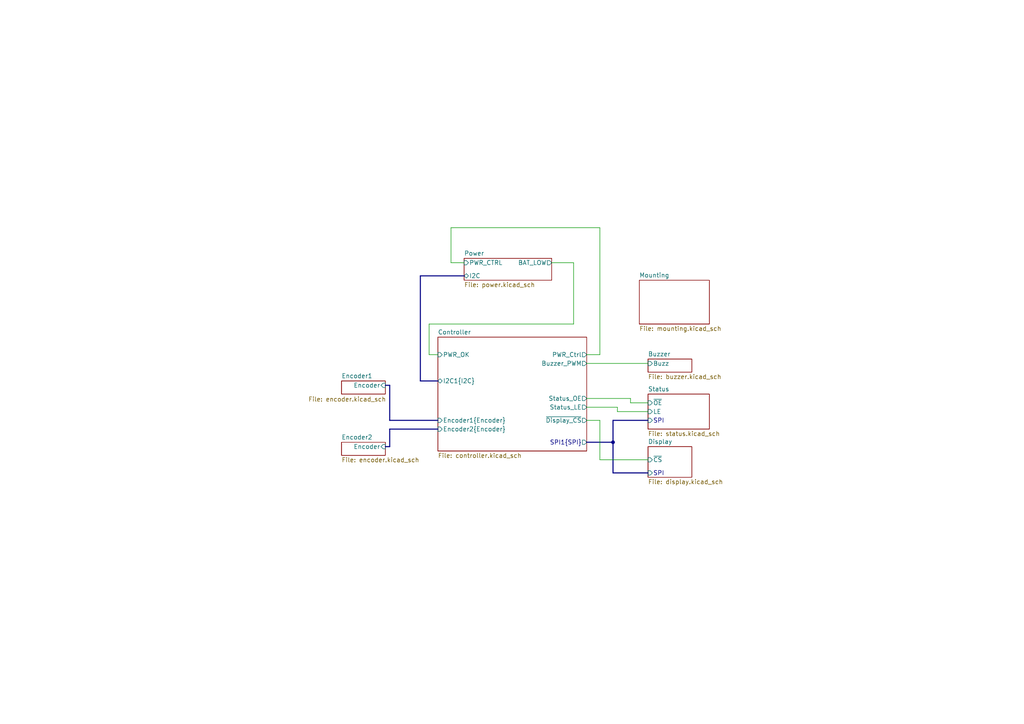
<source format=kicad_sch>
(kicad_sch
	(version 20231120)
	(generator "eeschema")
	(generator_version "8.0")
	(uuid "16b3e55a-9d75-49bf-a6fe-25414eb3d7da")
	(paper "A4")
	(lib_symbols)
	(bus_alias "SEG"
		(members "A" "B" "C" "D" "E" "F" "G" "DP")
	)
	(bus_alias "SPI"
		(members "CLK" "Data")
	)
	(junction
		(at 177.8 128.27)
		(diameter 0)
		(color 0 0 0 0)
		(uuid "edd221ad-7e18-4526-b308-f9d8ebe375c7")
	)
	(wire
		(pts
			(xy 160.02 76.2) (xy 166.37 76.2)
		)
		(stroke
			(width 0)
			(type default)
		)
		(uuid "00d729cd-2107-4e5e-bcde-536c58fc7535")
	)
	(wire
		(pts
			(xy 170.18 105.41) (xy 187.96 105.41)
		)
		(stroke
			(width 0)
			(type default)
		)
		(uuid "0201c670-0f00-4960-bb2a-cd989146dc40")
	)
	(bus
		(pts
			(xy 111.76 129.54) (xy 113.03 129.54)
		)
		(stroke
			(width 0)
			(type default)
		)
		(uuid "066c3a83-44a3-4fa0-9063-9e5a35476dea")
	)
	(bus
		(pts
			(xy 113.03 129.54) (xy 113.03 124.46)
		)
		(stroke
			(width 0)
			(type default)
		)
		(uuid "07bc79c9-bc69-40a5-95bf-f46f4d1b25bd")
	)
	(wire
		(pts
			(xy 173.99 133.35) (xy 187.96 133.35)
		)
		(stroke
			(width 0)
			(type default)
		)
		(uuid "07ddde42-0946-438e-a6c4-afdea8802b71")
	)
	(bus
		(pts
			(xy 127 121.92) (xy 113.03 121.92)
		)
		(stroke
			(width 0)
			(type default)
		)
		(uuid "0e3df006-94d9-4936-b626-8c650b3b4c94")
	)
	(wire
		(pts
			(xy 130.81 66.04) (xy 173.99 66.04)
		)
		(stroke
			(width 0)
			(type default)
		)
		(uuid "14a7448c-09f4-42b5-a781-a7b6c224b367")
	)
	(wire
		(pts
			(xy 124.46 93.98) (xy 124.46 102.87)
		)
		(stroke
			(width 0)
			(type default)
		)
		(uuid "1bf6c59d-9e97-48fd-a119-2a87fdee0550")
	)
	(bus
		(pts
			(xy 113.03 111.76) (xy 113.03 121.92)
		)
		(stroke
			(width 0)
			(type default)
		)
		(uuid "2da05f8a-c008-4620-8e44-53b3116876bd")
	)
	(wire
		(pts
			(xy 130.81 76.2) (xy 130.81 66.04)
		)
		(stroke
			(width 0)
			(type default)
		)
		(uuid "35a7dba8-2652-4bd5-bc7d-639212f4aef5")
	)
	(bus
		(pts
			(xy 134.62 80.01) (xy 121.92 80.01)
		)
		(stroke
			(width 0)
			(type default)
		)
		(uuid "36052ce9-3803-4577-a056-a9219efac5da")
	)
	(wire
		(pts
			(xy 187.96 119.38) (xy 179.07 119.38)
		)
		(stroke
			(width 0)
			(type default)
		)
		(uuid "40d2e030-99d6-447c-8eb4-9c3fa8c44763")
	)
	(wire
		(pts
			(xy 166.37 93.98) (xy 124.46 93.98)
		)
		(stroke
			(width 0)
			(type default)
		)
		(uuid "42047165-c339-40f0-a972-fb1e32b5ea1d")
	)
	(bus
		(pts
			(xy 113.03 124.46) (xy 127 124.46)
		)
		(stroke
			(width 0)
			(type default)
		)
		(uuid "53f4608f-234c-4147-8c25-932b824d08b2")
	)
	(bus
		(pts
			(xy 187.96 121.92) (xy 177.8 121.92)
		)
		(stroke
			(width 0)
			(type default)
		)
		(uuid "6ce0d0da-b8be-42d8-98ce-ec17e0a718ca")
	)
	(wire
		(pts
			(xy 179.07 119.38) (xy 179.07 118.11)
		)
		(stroke
			(width 0)
			(type default)
		)
		(uuid "6d275dba-dfe9-41cd-8a10-111ddedaa42c")
	)
	(wire
		(pts
			(xy 173.99 121.92) (xy 173.99 133.35)
		)
		(stroke
			(width 0)
			(type default)
		)
		(uuid "728731dd-5f0f-41d6-868f-c8b4577e8ec5")
	)
	(bus
		(pts
			(xy 121.92 110.49) (xy 127 110.49)
		)
		(stroke
			(width 0)
			(type default)
		)
		(uuid "8e358db0-25dc-451a-a70b-9d5bf6c7d766")
	)
	(wire
		(pts
			(xy 182.88 115.57) (xy 182.88 116.84)
		)
		(stroke
			(width 0)
			(type default)
		)
		(uuid "8faa3ea0-0029-4386-ba7e-ea05b5f82fb0")
	)
	(bus
		(pts
			(xy 177.8 137.16) (xy 187.96 137.16)
		)
		(stroke
			(width 0)
			(type default)
		)
		(uuid "9d53d2d8-f794-4f0c-a51e-6aa5eb43665e")
	)
	(wire
		(pts
			(xy 124.46 102.87) (xy 127 102.87)
		)
		(stroke
			(width 0)
			(type default)
		)
		(uuid "9faca6b4-fb72-406f-857d-8279ff61eb2a")
	)
	(wire
		(pts
			(xy 170.18 115.57) (xy 182.88 115.57)
		)
		(stroke
			(width 0)
			(type default)
		)
		(uuid "a72a55db-eaf8-40c3-a023-102705948335")
	)
	(bus
		(pts
			(xy 170.18 128.27) (xy 177.8 128.27)
		)
		(stroke
			(width 0)
			(type default)
		)
		(uuid "a76a9446-d9b2-481d-b40a-9867133d6b1e")
	)
	(wire
		(pts
			(xy 134.62 76.2) (xy 130.81 76.2)
		)
		(stroke
			(width 0)
			(type default)
		)
		(uuid "a7af22e5-3987-4630-9dfd-d60fccf8b7d0")
	)
	(wire
		(pts
			(xy 170.18 121.92) (xy 173.99 121.92)
		)
		(stroke
			(width 0)
			(type default)
		)
		(uuid "bc1f0c18-6cb0-442b-935e-1cffdae75e50")
	)
	(wire
		(pts
			(xy 182.88 116.84) (xy 187.96 116.84)
		)
		(stroke
			(width 0)
			(type default)
		)
		(uuid "be63212f-814e-4f92-86c5-caeaea2145dd")
	)
	(bus
		(pts
			(xy 177.8 121.92) (xy 177.8 128.27)
		)
		(stroke
			(width 0)
			(type default)
		)
		(uuid "c438664b-0cbc-48a0-8732-870ac8cab31b")
	)
	(bus
		(pts
			(xy 121.92 80.01) (xy 121.92 110.49)
		)
		(stroke
			(width 0)
			(type default)
		)
		(uuid "ca2e794d-65e5-404e-b77f-b96282660f00")
	)
	(wire
		(pts
			(xy 173.99 66.04) (xy 173.99 102.87)
		)
		(stroke
			(width 0)
			(type default)
		)
		(uuid "cd6b5fed-9472-4f45-a93d-dd317bccda7f")
	)
	(wire
		(pts
			(xy 173.99 102.87) (xy 170.18 102.87)
		)
		(stroke
			(width 0)
			(type default)
		)
		(uuid "de30d81d-2cbb-4c80-9c27-bb7dd3e63b95")
	)
	(wire
		(pts
			(xy 166.37 76.2) (xy 166.37 93.98)
		)
		(stroke
			(width 0)
			(type default)
		)
		(uuid "e341f26b-9f76-4f85-8a5b-d794e74cf91c")
	)
	(wire
		(pts
			(xy 170.18 118.11) (xy 179.07 118.11)
		)
		(stroke
			(width 0)
			(type default)
		)
		(uuid "f193a62d-6fd8-4a75-9621-de394b554154")
	)
	(bus
		(pts
			(xy 177.8 128.27) (xy 177.8 137.16)
		)
		(stroke
			(width 0)
			(type default)
		)
		(uuid "f505e5c6-6995-430e-9982-846e9e502517")
	)
	(bus
		(pts
			(xy 111.76 111.76) (xy 113.03 111.76)
		)
		(stroke
			(width 0)
			(type default)
		)
		(uuid "fbef3b62-4244-4308-b92e-de4e55a19d32")
	)
	(sheet
		(at 127 97.79)
		(size 43.18 33.02)
		(fields_autoplaced yes)
		(stroke
			(width 0.1524)
			(type solid)
		)
		(fill
			(color 0 0 0 0.0000)
		)
		(uuid "554007b8-fabc-4c37-b9da-82228d4992cc")
		(property "Sheetname" "Controller"
			(at 127 97.0784 0)
			(effects
				(font
					(size 1.27 1.27)
				)
				(justify left bottom)
			)
		)
		(property "Sheetfile" "controller.kicad_sch"
			(at 127 131.3946 0)
			(effects
				(font
					(size 1.27 1.27)
				)
				(justify left top)
			)
		)
		(pin "PWR_OK" input
			(at 127 102.87 180)
			(effects
				(font
					(size 1.27 1.27)
				)
				(justify left)
			)
			(uuid "bd723149-8efe-4f36-8bda-69cc1cb9073f")
		)
		(pin "I2C1{I2C}" bidirectional
			(at 127 110.49 180)
			(effects
				(font
					(size 1.27 1.27)
				)
				(justify left)
			)
			(uuid "033ca6dd-17ba-4336-8bd2-daa96ed64f26")
		)
		(pin "PWR_Ctrl" output
			(at 170.18 102.87 0)
			(effects
				(font
					(size 1.27 1.27)
				)
				(justify right)
			)
			(uuid "cc0e861c-2962-4c9c-825c-1c038f6263c3")
		)
		(pin "Encoder1{Encoder}" input
			(at 127 121.92 180)
			(effects
				(font
					(size 1.27 1.27)
				)
				(justify left)
			)
			(uuid "6726694e-72e8-4afe-b9fc-f92153e696ad")
		)
		(pin "Buzzer_PWM" output
			(at 170.18 105.41 0)
			(effects
				(font
					(size 1.27 1.27)
				)
				(justify right)
			)
			(uuid "4e3c5f6c-68ce-4b9a-b552-eb7f61deb44c")
		)
		(pin "Status_OE" output
			(at 170.18 115.57 0)
			(effects
				(font
					(size 1.27 1.27)
				)
				(justify right)
			)
			(uuid "89a3dfb6-98cf-4dd0-9b40-3a38b0eef0b8")
		)
		(pin "Status_LE" output
			(at 170.18 118.11 0)
			(effects
				(font
					(size 1.27 1.27)
				)
				(justify right)
			)
			(uuid "eeb2b9c1-62e2-486e-832b-8b0ba638e39f")
		)
		(pin "~{Display_CS}" output
			(at 170.18 121.92 0)
			(effects
				(font
					(size 1.27 1.27)
				)
				(justify right)
			)
			(uuid "5ed38d9b-b859-4e30-8cfe-3746369ad993")
		)
		(pin "SPI1{SPI}" output
			(at 170.18 128.27 0)
			(effects
				(font
					(size 1.27 1.27)
				)
				(justify right)
			)
			(uuid "6752a21d-94ef-4874-bcea-11307feed924")
		)
		(pin "Encoder2{Encoder}" input
			(at 127 124.46 180)
			(effects
				(font
					(size 1.27 1.27)
				)
				(justify left)
			)
			(uuid "b6684c38-aefa-4579-986a-07e5d48afcac")
		)
		(instances
			(project "LifeCounter"
				(path "/16b3e55a-9d75-49bf-a6fe-25414eb3d7da"
					(page "9")
				)
			)
		)
	)
	(sheet
		(at 187.96 129.54)
		(size 12.7 8.89)
		(fields_autoplaced yes)
		(stroke
			(width 0.1524)
			(type solid)
		)
		(fill
			(color 0 0 0 0.0000)
		)
		(uuid "672d503e-18e4-4d43-9df6-e02286c9b23c")
		(property "Sheetname" "Display"
			(at 187.96 128.8284 0)
			(effects
				(font
					(size 1.27 1.27)
				)
				(justify left bottom)
			)
		)
		(property "Sheetfile" "display.kicad_sch"
			(at 187.96 139.0146 0)
			(effects
				(font
					(size 1.27 1.27)
				)
				(justify left top)
			)
		)
		(pin "SPI" input
			(at 187.96 137.16 180)
			(effects
				(font
					(size 1.27 1.27)
				)
				(justify left)
			)
			(uuid "afbe7bf5-ebab-41f8-a1be-dc23c98fc099")
		)
		(pin "~{CS}" input
			(at 187.96 133.35 180)
			(effects
				(font
					(size 1.27 1.27)
				)
				(justify left)
			)
			(uuid "5cee7c7a-2635-40d0-ab7e-4a0066e97249")
		)
		(instances
			(project "LifeCounter"
				(path "/16b3e55a-9d75-49bf-a6fe-25414eb3d7da"
					(page "8")
				)
			)
		)
	)
	(sheet
		(at 99.06 128.27)
		(size 12.7 3.81)
		(fields_autoplaced yes)
		(stroke
			(width 0.1524)
			(type solid)
		)
		(fill
			(color 0 0 0 0.0000)
		)
		(uuid "8ab23184-7a75-4d74-a7c3-8fc56a0d6372")
		(property "Sheetname" "Encoder2"
			(at 99.06 127.5584 0)
			(effects
				(font
					(size 1.27 1.27)
				)
				(justify left bottom)
			)
		)
		(property "Sheetfile" "encoder.kicad_sch"
			(at 99.06 132.6646 0)
			(effects
				(font
					(size 1.27 1.27)
				)
				(justify left top)
			)
		)
		(pin "Encoder" input
			(at 111.76 129.54 0)
			(effects
				(font
					(size 1.27 1.27)
				)
				(justify right)
			)
			(uuid "adbeab69-03bc-4b2c-84dc-6c04463e7f8b")
		)
		(instances
			(project "LifeCounter"
				(path "/16b3e55a-9d75-49bf-a6fe-25414eb3d7da"
					(page "5")
				)
			)
		)
	)
	(sheet
		(at 187.96 114.3)
		(size 17.78 10.16)
		(fields_autoplaced yes)
		(stroke
			(width 0.1524)
			(type solid)
		)
		(fill
			(color 0 0 0 0.0000)
		)
		(uuid "8c2171b0-d87d-41f8-af80-94d86e99ac21")
		(property "Sheetname" "Status"
			(at 187.96 113.5884 0)
			(effects
				(font
					(size 1.27 1.27)
				)
				(justify left bottom)
			)
		)
		(property "Sheetfile" "status.kicad_sch"
			(at 187.96 125.0446 0)
			(effects
				(font
					(size 1.27 1.27)
				)
				(justify left top)
			)
		)
		(pin "SPI" input
			(at 187.96 121.92 180)
			(effects
				(font
					(size 1.27 1.27)
				)
				(justify left)
			)
			(uuid "06437c05-4bc5-42cc-b7f3-8dca4c75ab36")
		)
		(pin "LE" input
			(at 187.96 119.38 180)
			(effects
				(font
					(size 1.27 1.27)
				)
				(justify left)
			)
			(uuid "031a9973-feca-46f4-b905-ddfb299d4e30")
		)
		(pin "~{OE}" input
			(at 187.96 116.84 180)
			(effects
				(font
					(size 1.27 1.27)
				)
				(justify left)
			)
			(uuid "275c47c0-d64f-41e1-a8c3-01d07b061264")
		)
		(instances
			(project "LifeCounter"
				(path "/16b3e55a-9d75-49bf-a6fe-25414eb3d7da"
					(page "6")
				)
			)
		)
	)
	(sheet
		(at 134.62 74.93)
		(size 25.4 6.35)
		(fields_autoplaced yes)
		(stroke
			(width 0.1524)
			(type solid)
		)
		(fill
			(color 0 0 0 0.0000)
		)
		(uuid "8f87360a-db94-4899-a1b3-392efb8a6c91")
		(property "Sheetname" "Power"
			(at 134.62 74.2184 0)
			(effects
				(font
					(size 1.27 1.27)
				)
				(justify left bottom)
			)
		)
		(property "Sheetfile" "power.kicad_sch"
			(at 134.62 81.8646 0)
			(effects
				(font
					(size 1.27 1.27)
				)
				(justify left top)
			)
		)
		(pin "PWR_CTRL" input
			(at 134.62 76.2 180)
			(effects
				(font
					(size 1.27 1.27)
				)
				(justify left)
			)
			(uuid "174bbe0b-d0bf-4e82-a665-8f262191f98a")
		)
		(pin "BAT_LOW" output
			(at 160.02 76.2 0)
			(effects
				(font
					(size 1.27 1.27)
				)
				(justify right)
			)
			(uuid "fb371310-c9fa-4d74-85aa-38d3cb0d40b8")
		)
		(pin "I2C" bidirectional
			(at 134.62 80.01 180)
			(effects
				(font
					(size 1.27 1.27)
				)
				(justify left)
			)
			(uuid "5a04a321-941d-4364-a16b-3a817cd5b730")
		)
		(instances
			(project "LifeCounter"
				(path "/16b3e55a-9d75-49bf-a6fe-25414eb3d7da"
					(page "2")
				)
			)
		)
	)
	(sheet
		(at 185.42 81.28)
		(size 20.32 12.7)
		(fields_autoplaced yes)
		(stroke
			(width 0.1524)
			(type solid)
		)
		(fill
			(color 0 0 0 0.0000)
		)
		(uuid "a359fce7-335c-4dc7-9a29-9985e30edce2")
		(property "Sheetname" "Mounting"
			(at 185.42 80.5684 0)
			(effects
				(font
					(size 1.27 1.27)
				)
				(justify left bottom)
			)
		)
		(property "Sheetfile" "mounting.kicad_sch"
			(at 185.42 94.5646 0)
			(effects
				(font
					(size 1.27 1.27)
				)
				(justify left top)
			)
		)
		(instances
			(project "LifeCounter"
				(path "/16b3e55a-9d75-49bf-a6fe-25414eb3d7da"
					(page "10")
				)
			)
		)
	)
	(sheet
		(at 99.06 110.49)
		(size 12.7 3.81)
		(stroke
			(width 0.1524)
			(type solid)
		)
		(fill
			(color 0 0 0 0.0000)
		)
		(uuid "e24d82de-f0b3-40eb-9854-28ed19ab91cc")
		(property "Sheetname" "Encoder1"
			(at 99.06 109.7784 0)
			(effects
				(font
					(size 1.27 1.27)
				)
				(justify left bottom)
			)
		)
		(property "Sheetfile" "encoder.kicad_sch"
			(at 89.408 115.062 0)
			(effects
				(font
					(size 1.27 1.27)
				)
				(justify left top)
			)
		)
		(pin "Encoder" input
			(at 111.76 111.76 0)
			(effects
				(font
					(size 1.27 1.27)
				)
				(justify right)
			)
			(uuid "b7f26b99-04cf-429d-a7ea-ceaf861f790e")
		)
		(instances
			(project "LifeCounter"
				(path "/16b3e55a-9d75-49bf-a6fe-25414eb3d7da"
					(page "4")
				)
			)
		)
	)
	(sheet
		(at 187.96 104.14)
		(size 12.7 3.81)
		(fields_autoplaced yes)
		(stroke
			(width 0.1524)
			(type solid)
		)
		(fill
			(color 0 0 0 0.0000)
		)
		(uuid "ea853267-6be5-4470-9fb8-da1c0cfa6c51")
		(property "Sheetname" "Buzzer"
			(at 187.96 103.4284 0)
			(effects
				(font
					(size 1.27 1.27)
				)
				(justify left bottom)
			)
		)
		(property "Sheetfile" "buzzer.kicad_sch"
			(at 187.96 108.5346 0)
			(effects
				(font
					(size 1.27 1.27)
				)
				(justify left top)
			)
		)
		(pin "Buzz" input
			(at 187.96 105.41 180)
			(effects
				(font
					(size 1.27 1.27)
				)
				(justify left)
			)
			(uuid "377788d1-5e2b-44c1-861a-c1095c29cf27")
		)
		(instances
			(project "LifeCounter"
				(path "/16b3e55a-9d75-49bf-a6fe-25414eb3d7da"
					(page "9")
				)
			)
		)
	)
	(sheet_instances
		(path "/"
			(page "1")
		)
	)
)

</source>
